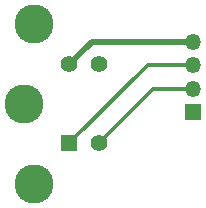
<source format=gbr>
%TF.GenerationSoftware,KiCad,Pcbnew,7.0.7-2.fc38*%
%TF.CreationDate,2023-10-09T11:51:05-07:00*%
%TF.ProjectId,aekii-m3501,61656b69-692d-46d3-9335-30312e6b6963,rev?*%
%TF.SameCoordinates,Original*%
%TF.FileFunction,Copper,L1,Top*%
%TF.FilePolarity,Positive*%
%FSLAX46Y46*%
G04 Gerber Fmt 4.6, Leading zero omitted, Abs format (unit mm)*
G04 Created by KiCad (PCBNEW 7.0.7-2.fc38) date 2023-10-09 11:51:05*
%MOMM*%
%LPD*%
G01*
G04 APERTURE LIST*
%TA.AperFunction,ComponentPad*%
%ADD10R,1.398000X1.398000*%
%TD*%
%TA.AperFunction,ComponentPad*%
%ADD11C,1.398000*%
%TD*%
%TA.AperFunction,ComponentPad*%
%ADD12C,3.306000*%
%TD*%
%TA.AperFunction,ComponentPad*%
%ADD13R,1.350000X1.350000*%
%TD*%
%TA.AperFunction,ComponentPad*%
%ADD14O,1.350000X1.350000*%
%TD*%
%TA.AperFunction,Conductor*%
%ADD15C,0.300000*%
%TD*%
%TA.AperFunction,Conductor*%
%ADD16C,0.500000*%
%TD*%
G04 APERTURE END LIST*
D10*
%TO.P,ADB-FEM1,1,1*%
%TO.N,JST-D+*%
X108510000Y-116110000D03*
D11*
%TO.P,ADB-FEM1,2,2*%
%TO.N,VBUS*%
X108510000Y-109410000D03*
%TO.P,ADB-FEM1,3,3*%
%TO.N,JST-D-*%
X111000000Y-116110000D03*
%TO.P,ADB-FEM1,4,4*%
%TO.N,GND*%
X111000000Y-109410000D03*
D12*
%TO.P,ADB-FEM1,5,SH*%
X104700000Y-112760000D03*
%TO.P,ADB-FEM1,6,SH*%
X105510000Y-106000000D03*
%TO.P,ADB-FEM1,7,SH*%
X105510000Y-119520000D03*
%TD*%
D13*
%TO.P,J2,1,Pin_1*%
%TO.N,GND*%
X119000000Y-113500000D03*
D14*
%TO.P,J2,2,Pin_2*%
%TO.N,JST-D-*%
X119000000Y-111500000D03*
%TO.P,J2,3,Pin_3*%
%TO.N,JST-D+*%
X119000000Y-109500000D03*
%TO.P,J2,4,Pin_4*%
%TO.N,VBUS*%
X119000000Y-107500000D03*
%TD*%
D15*
%TO.N,JST-D+*%
X119000000Y-109500000D02*
X115120000Y-109500000D01*
X115120000Y-109500000D02*
X108510000Y-116110000D01*
%TO.N,JST-D-*%
X115610000Y-111500000D02*
X111000000Y-116110000D01*
X119000000Y-111500000D02*
X115610000Y-111500000D01*
D16*
%TO.N,VBUS*%
X110420000Y-107500000D02*
X108510000Y-109410000D01*
X119000000Y-107500000D02*
X110420000Y-107500000D01*
%TD*%
M02*

</source>
